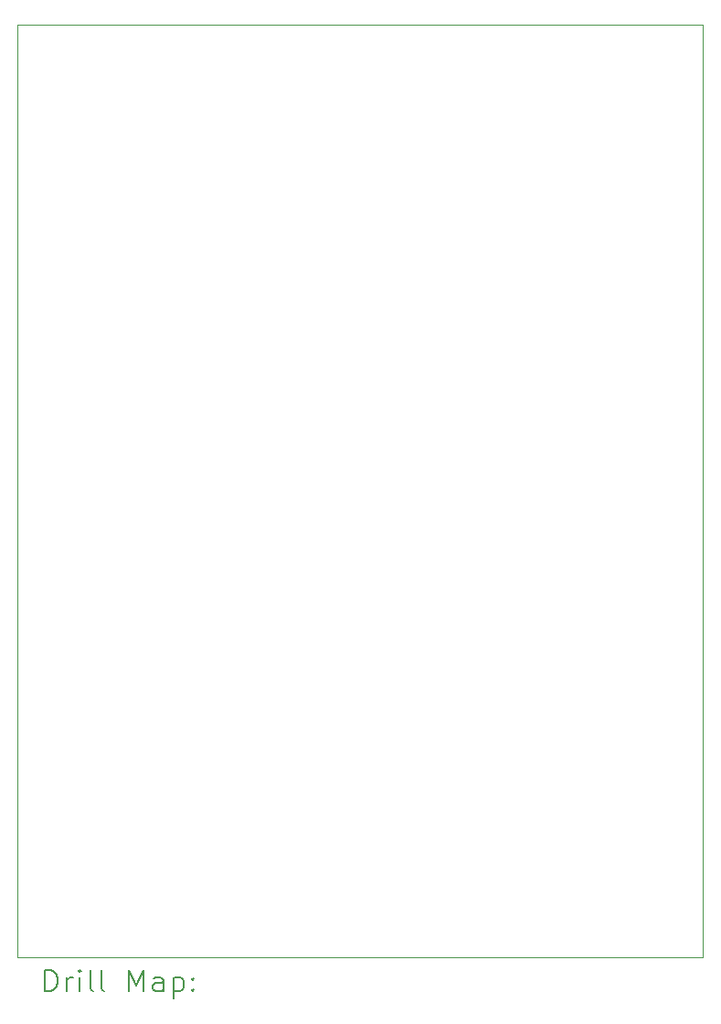
<source format=gbr>
%FSLAX45Y45*%
G04 Gerber Fmt 4.5, Leading zero omitted, Abs format (unit mm)*
G04 Created by KiCad (PCBNEW (6.0.4)) date 2023-04-20 13:50:46*
%MOMM*%
%LPD*%
G01*
G04 APERTURE LIST*
%TA.AperFunction,Profile*%
%ADD10C,0.100000*%
%TD*%
%ADD11C,0.200000*%
G04 APERTURE END LIST*
D10*
X13716000Y-13462000D02*
X7366000Y-13462000D01*
X7366000Y-4826000D01*
X13716000Y-4826000D01*
X13716000Y-13462000D01*
D11*
X7618619Y-13777476D02*
X7618619Y-13577476D01*
X7666238Y-13577476D01*
X7694809Y-13587000D01*
X7713857Y-13606048D01*
X7723381Y-13625095D01*
X7732905Y-13663190D01*
X7732905Y-13691762D01*
X7723381Y-13729857D01*
X7713857Y-13748905D01*
X7694809Y-13767952D01*
X7666238Y-13777476D01*
X7618619Y-13777476D01*
X7818619Y-13777476D02*
X7818619Y-13644143D01*
X7818619Y-13682238D02*
X7828143Y-13663190D01*
X7837667Y-13653667D01*
X7856714Y-13644143D01*
X7875762Y-13644143D01*
X7942428Y-13777476D02*
X7942428Y-13644143D01*
X7942428Y-13577476D02*
X7932905Y-13587000D01*
X7942428Y-13596524D01*
X7951952Y-13587000D01*
X7942428Y-13577476D01*
X7942428Y-13596524D01*
X8066238Y-13777476D02*
X8047190Y-13767952D01*
X8037667Y-13748905D01*
X8037667Y-13577476D01*
X8171000Y-13777476D02*
X8151952Y-13767952D01*
X8142428Y-13748905D01*
X8142428Y-13577476D01*
X8399571Y-13777476D02*
X8399571Y-13577476D01*
X8466238Y-13720333D01*
X8532905Y-13577476D01*
X8532905Y-13777476D01*
X8713857Y-13777476D02*
X8713857Y-13672714D01*
X8704333Y-13653667D01*
X8685286Y-13644143D01*
X8647190Y-13644143D01*
X8628143Y-13653667D01*
X8713857Y-13767952D02*
X8694810Y-13777476D01*
X8647190Y-13777476D01*
X8628143Y-13767952D01*
X8618619Y-13748905D01*
X8618619Y-13729857D01*
X8628143Y-13710809D01*
X8647190Y-13701286D01*
X8694810Y-13701286D01*
X8713857Y-13691762D01*
X8809095Y-13644143D02*
X8809095Y-13844143D01*
X8809095Y-13653667D02*
X8828143Y-13644143D01*
X8866238Y-13644143D01*
X8885286Y-13653667D01*
X8894810Y-13663190D01*
X8904333Y-13682238D01*
X8904333Y-13739381D01*
X8894810Y-13758428D01*
X8885286Y-13767952D01*
X8866238Y-13777476D01*
X8828143Y-13777476D01*
X8809095Y-13767952D01*
X8990048Y-13758428D02*
X8999571Y-13767952D01*
X8990048Y-13777476D01*
X8980524Y-13767952D01*
X8990048Y-13758428D01*
X8990048Y-13777476D01*
X8990048Y-13653667D02*
X8999571Y-13663190D01*
X8990048Y-13672714D01*
X8980524Y-13663190D01*
X8990048Y-13653667D01*
X8990048Y-13672714D01*
M02*

</source>
